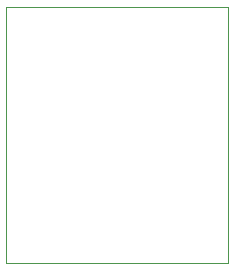
<source format=gbr>
G04 DipTrace 4.1.3.1*
G04 BoardOutline.gbr*
%MOIN*%
G04 #@! TF.FileFunction,Profile*
G04 #@! TF.Part,Single*
%ADD10C,0.004724*%
%FSLAX26Y26*%
G04*
G70*
G90*
G75*
G01*
G04 BoardOutline*
%LPD*%
X393701Y1246220D2*
D10*
Y393701D1*
X1131811D1*
Y1246220D1*
X393701D1*
M02*

</source>
